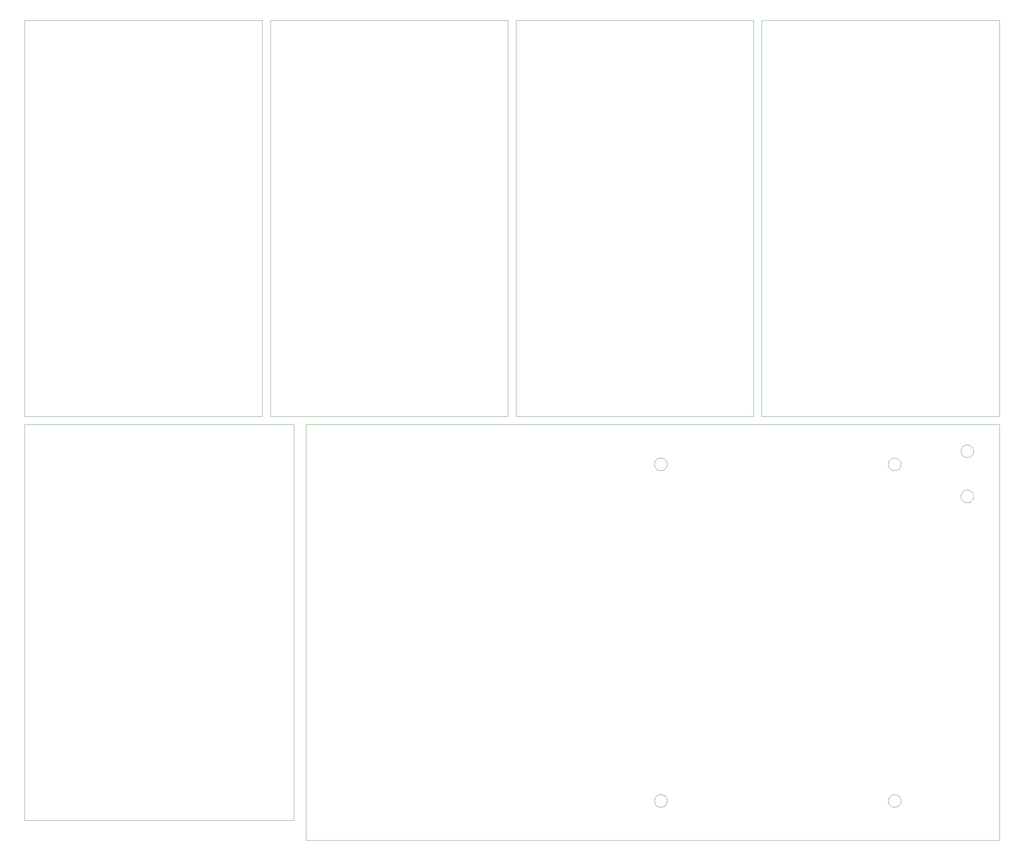
<source format=gko>
G75*
G70*
%OFA0B0*%
%FSLAX24Y24*%
%IPPOS*%
%LPD*%
%AMOC8*
5,1,8,0,0,1.08239X$1,22.5*
%
%ADD10C,0.0039*%
%ADD11C,0.0000*%
D10*
X003807Y005244D02*
X030579Y005244D01*
X030579Y044614D01*
X003807Y044614D01*
X003807Y005244D01*
X031760Y003275D02*
X100658Y003275D01*
X100658Y044614D01*
X031760Y044614D01*
X031760Y003275D01*
X028217Y045401D02*
X028217Y084771D01*
X051839Y084771D01*
X051839Y045401D01*
X028217Y045401D01*
X027429Y045401D02*
X027429Y084771D01*
X003807Y084771D01*
X003807Y045401D01*
X027429Y045401D01*
X052626Y045401D02*
X052626Y084771D01*
X076248Y084771D01*
X076248Y045401D01*
X052626Y045401D01*
X077036Y045401D02*
X077036Y084771D01*
X100658Y084771D01*
X100658Y045401D01*
X077036Y045401D01*
D11*
X066379Y040665D02*
X066381Y040715D01*
X066387Y040765D01*
X066397Y040814D01*
X066411Y040862D01*
X066428Y040909D01*
X066449Y040954D01*
X066474Y040998D01*
X066502Y041039D01*
X066534Y041078D01*
X066568Y041115D01*
X066605Y041149D01*
X066645Y041179D01*
X066687Y041206D01*
X066731Y041230D01*
X066777Y041251D01*
X066824Y041267D01*
X066872Y041280D01*
X066922Y041289D01*
X066971Y041294D01*
X067022Y041295D01*
X067072Y041292D01*
X067121Y041285D01*
X067170Y041274D01*
X067218Y041259D01*
X067264Y041241D01*
X067309Y041219D01*
X067352Y041193D01*
X067393Y041164D01*
X067432Y041132D01*
X067468Y041097D01*
X067500Y041059D01*
X067530Y041019D01*
X067557Y040976D01*
X067580Y040932D01*
X067599Y040886D01*
X067615Y040838D01*
X067627Y040789D01*
X067635Y040740D01*
X067639Y040690D01*
X067639Y040640D01*
X067635Y040590D01*
X067627Y040541D01*
X067615Y040492D01*
X067599Y040444D01*
X067580Y040398D01*
X067557Y040354D01*
X067530Y040311D01*
X067500Y040271D01*
X067468Y040233D01*
X067432Y040198D01*
X067393Y040166D01*
X067352Y040137D01*
X067309Y040111D01*
X067264Y040089D01*
X067218Y040071D01*
X067170Y040056D01*
X067121Y040045D01*
X067072Y040038D01*
X067022Y040035D01*
X066971Y040036D01*
X066922Y040041D01*
X066872Y040050D01*
X066824Y040063D01*
X066777Y040079D01*
X066731Y040100D01*
X066687Y040124D01*
X066645Y040151D01*
X066605Y040181D01*
X066568Y040215D01*
X066534Y040252D01*
X066502Y040291D01*
X066474Y040332D01*
X066449Y040376D01*
X066428Y040421D01*
X066411Y040468D01*
X066397Y040516D01*
X066387Y040565D01*
X066381Y040615D01*
X066379Y040665D01*
X089607Y040665D02*
X089609Y040715D01*
X089615Y040765D01*
X089625Y040814D01*
X089639Y040862D01*
X089656Y040909D01*
X089677Y040954D01*
X089702Y040998D01*
X089730Y041039D01*
X089762Y041078D01*
X089796Y041115D01*
X089833Y041149D01*
X089873Y041179D01*
X089915Y041206D01*
X089959Y041230D01*
X090005Y041251D01*
X090052Y041267D01*
X090100Y041280D01*
X090150Y041289D01*
X090199Y041294D01*
X090250Y041295D01*
X090300Y041292D01*
X090349Y041285D01*
X090398Y041274D01*
X090446Y041259D01*
X090492Y041241D01*
X090537Y041219D01*
X090580Y041193D01*
X090621Y041164D01*
X090660Y041132D01*
X090696Y041097D01*
X090728Y041059D01*
X090758Y041019D01*
X090785Y040976D01*
X090808Y040932D01*
X090827Y040886D01*
X090843Y040838D01*
X090855Y040789D01*
X090863Y040740D01*
X090867Y040690D01*
X090867Y040640D01*
X090863Y040590D01*
X090855Y040541D01*
X090843Y040492D01*
X090827Y040444D01*
X090808Y040398D01*
X090785Y040354D01*
X090758Y040311D01*
X090728Y040271D01*
X090696Y040233D01*
X090660Y040198D01*
X090621Y040166D01*
X090580Y040137D01*
X090537Y040111D01*
X090492Y040089D01*
X090446Y040071D01*
X090398Y040056D01*
X090349Y040045D01*
X090300Y040038D01*
X090250Y040035D01*
X090199Y040036D01*
X090150Y040041D01*
X090100Y040050D01*
X090052Y040063D01*
X090005Y040079D01*
X089959Y040100D01*
X089915Y040124D01*
X089873Y040151D01*
X089833Y040181D01*
X089796Y040215D01*
X089762Y040252D01*
X089730Y040291D01*
X089702Y040332D01*
X089677Y040376D01*
X089656Y040421D01*
X089639Y040468D01*
X089625Y040516D01*
X089615Y040565D01*
X089609Y040615D01*
X089607Y040665D01*
X096819Y041975D02*
X096821Y042025D01*
X096827Y042075D01*
X096837Y042124D01*
X096851Y042172D01*
X096868Y042219D01*
X096889Y042264D01*
X096914Y042308D01*
X096942Y042349D01*
X096974Y042388D01*
X097008Y042425D01*
X097045Y042459D01*
X097085Y042489D01*
X097127Y042516D01*
X097171Y042540D01*
X097217Y042561D01*
X097264Y042577D01*
X097312Y042590D01*
X097362Y042599D01*
X097411Y042604D01*
X097462Y042605D01*
X097512Y042602D01*
X097561Y042595D01*
X097610Y042584D01*
X097658Y042569D01*
X097704Y042551D01*
X097749Y042529D01*
X097792Y042503D01*
X097833Y042474D01*
X097872Y042442D01*
X097908Y042407D01*
X097940Y042369D01*
X097970Y042329D01*
X097997Y042286D01*
X098020Y042242D01*
X098039Y042196D01*
X098055Y042148D01*
X098067Y042099D01*
X098075Y042050D01*
X098079Y042000D01*
X098079Y041950D01*
X098075Y041900D01*
X098067Y041851D01*
X098055Y041802D01*
X098039Y041754D01*
X098020Y041708D01*
X097997Y041664D01*
X097970Y041621D01*
X097940Y041581D01*
X097908Y041543D01*
X097872Y041508D01*
X097833Y041476D01*
X097792Y041447D01*
X097749Y041421D01*
X097704Y041399D01*
X097658Y041381D01*
X097610Y041366D01*
X097561Y041355D01*
X097512Y041348D01*
X097462Y041345D01*
X097411Y041346D01*
X097362Y041351D01*
X097312Y041360D01*
X097264Y041373D01*
X097217Y041389D01*
X097171Y041410D01*
X097127Y041434D01*
X097085Y041461D01*
X097045Y041491D01*
X097008Y041525D01*
X096974Y041562D01*
X096942Y041601D01*
X096914Y041642D01*
X096889Y041686D01*
X096868Y041731D01*
X096851Y041778D01*
X096837Y041826D01*
X096827Y041875D01*
X096821Y041925D01*
X096819Y041975D01*
X096819Y037475D02*
X096821Y037525D01*
X096827Y037575D01*
X096837Y037624D01*
X096851Y037672D01*
X096868Y037719D01*
X096889Y037764D01*
X096914Y037808D01*
X096942Y037849D01*
X096974Y037888D01*
X097008Y037925D01*
X097045Y037959D01*
X097085Y037989D01*
X097127Y038016D01*
X097171Y038040D01*
X097217Y038061D01*
X097264Y038077D01*
X097312Y038090D01*
X097362Y038099D01*
X097411Y038104D01*
X097462Y038105D01*
X097512Y038102D01*
X097561Y038095D01*
X097610Y038084D01*
X097658Y038069D01*
X097704Y038051D01*
X097749Y038029D01*
X097792Y038003D01*
X097833Y037974D01*
X097872Y037942D01*
X097908Y037907D01*
X097940Y037869D01*
X097970Y037829D01*
X097997Y037786D01*
X098020Y037742D01*
X098039Y037696D01*
X098055Y037648D01*
X098067Y037599D01*
X098075Y037550D01*
X098079Y037500D01*
X098079Y037450D01*
X098075Y037400D01*
X098067Y037351D01*
X098055Y037302D01*
X098039Y037254D01*
X098020Y037208D01*
X097997Y037164D01*
X097970Y037121D01*
X097940Y037081D01*
X097908Y037043D01*
X097872Y037008D01*
X097833Y036976D01*
X097792Y036947D01*
X097749Y036921D01*
X097704Y036899D01*
X097658Y036881D01*
X097610Y036866D01*
X097561Y036855D01*
X097512Y036848D01*
X097462Y036845D01*
X097411Y036846D01*
X097362Y036851D01*
X097312Y036860D01*
X097264Y036873D01*
X097217Y036889D01*
X097171Y036910D01*
X097127Y036934D01*
X097085Y036961D01*
X097045Y036991D01*
X097008Y037025D01*
X096974Y037062D01*
X096942Y037101D01*
X096914Y037142D01*
X096889Y037186D01*
X096868Y037231D01*
X096851Y037278D01*
X096837Y037326D01*
X096827Y037375D01*
X096821Y037425D01*
X096819Y037475D01*
X089607Y007200D02*
X089609Y007250D01*
X089615Y007300D01*
X089625Y007349D01*
X089639Y007397D01*
X089656Y007444D01*
X089677Y007489D01*
X089702Y007533D01*
X089730Y007574D01*
X089762Y007613D01*
X089796Y007650D01*
X089833Y007684D01*
X089873Y007714D01*
X089915Y007741D01*
X089959Y007765D01*
X090005Y007786D01*
X090052Y007802D01*
X090100Y007815D01*
X090150Y007824D01*
X090199Y007829D01*
X090250Y007830D01*
X090300Y007827D01*
X090349Y007820D01*
X090398Y007809D01*
X090446Y007794D01*
X090492Y007776D01*
X090537Y007754D01*
X090580Y007728D01*
X090621Y007699D01*
X090660Y007667D01*
X090696Y007632D01*
X090728Y007594D01*
X090758Y007554D01*
X090785Y007511D01*
X090808Y007467D01*
X090827Y007421D01*
X090843Y007373D01*
X090855Y007324D01*
X090863Y007275D01*
X090867Y007225D01*
X090867Y007175D01*
X090863Y007125D01*
X090855Y007076D01*
X090843Y007027D01*
X090827Y006979D01*
X090808Y006933D01*
X090785Y006889D01*
X090758Y006846D01*
X090728Y006806D01*
X090696Y006768D01*
X090660Y006733D01*
X090621Y006701D01*
X090580Y006672D01*
X090537Y006646D01*
X090492Y006624D01*
X090446Y006606D01*
X090398Y006591D01*
X090349Y006580D01*
X090300Y006573D01*
X090250Y006570D01*
X090199Y006571D01*
X090150Y006576D01*
X090100Y006585D01*
X090052Y006598D01*
X090005Y006614D01*
X089959Y006635D01*
X089915Y006659D01*
X089873Y006686D01*
X089833Y006716D01*
X089796Y006750D01*
X089762Y006787D01*
X089730Y006826D01*
X089702Y006867D01*
X089677Y006911D01*
X089656Y006956D01*
X089639Y007003D01*
X089625Y007051D01*
X089615Y007100D01*
X089609Y007150D01*
X089607Y007200D01*
X066379Y007200D02*
X066381Y007250D01*
X066387Y007300D01*
X066397Y007349D01*
X066411Y007397D01*
X066428Y007444D01*
X066449Y007489D01*
X066474Y007533D01*
X066502Y007574D01*
X066534Y007613D01*
X066568Y007650D01*
X066605Y007684D01*
X066645Y007714D01*
X066687Y007741D01*
X066731Y007765D01*
X066777Y007786D01*
X066824Y007802D01*
X066872Y007815D01*
X066922Y007824D01*
X066971Y007829D01*
X067022Y007830D01*
X067072Y007827D01*
X067121Y007820D01*
X067170Y007809D01*
X067218Y007794D01*
X067264Y007776D01*
X067309Y007754D01*
X067352Y007728D01*
X067393Y007699D01*
X067432Y007667D01*
X067468Y007632D01*
X067500Y007594D01*
X067530Y007554D01*
X067557Y007511D01*
X067580Y007467D01*
X067599Y007421D01*
X067615Y007373D01*
X067627Y007324D01*
X067635Y007275D01*
X067639Y007225D01*
X067639Y007175D01*
X067635Y007125D01*
X067627Y007076D01*
X067615Y007027D01*
X067599Y006979D01*
X067580Y006933D01*
X067557Y006889D01*
X067530Y006846D01*
X067500Y006806D01*
X067468Y006768D01*
X067432Y006733D01*
X067393Y006701D01*
X067352Y006672D01*
X067309Y006646D01*
X067264Y006624D01*
X067218Y006606D01*
X067170Y006591D01*
X067121Y006580D01*
X067072Y006573D01*
X067022Y006570D01*
X066971Y006571D01*
X066922Y006576D01*
X066872Y006585D01*
X066824Y006598D01*
X066777Y006614D01*
X066731Y006635D01*
X066687Y006659D01*
X066645Y006686D01*
X066605Y006716D01*
X066568Y006750D01*
X066534Y006787D01*
X066502Y006826D01*
X066474Y006867D01*
X066449Y006911D01*
X066428Y006956D01*
X066411Y007003D01*
X066397Y007051D01*
X066387Y007100D01*
X066381Y007150D01*
X066379Y007200D01*
M02*

</source>
